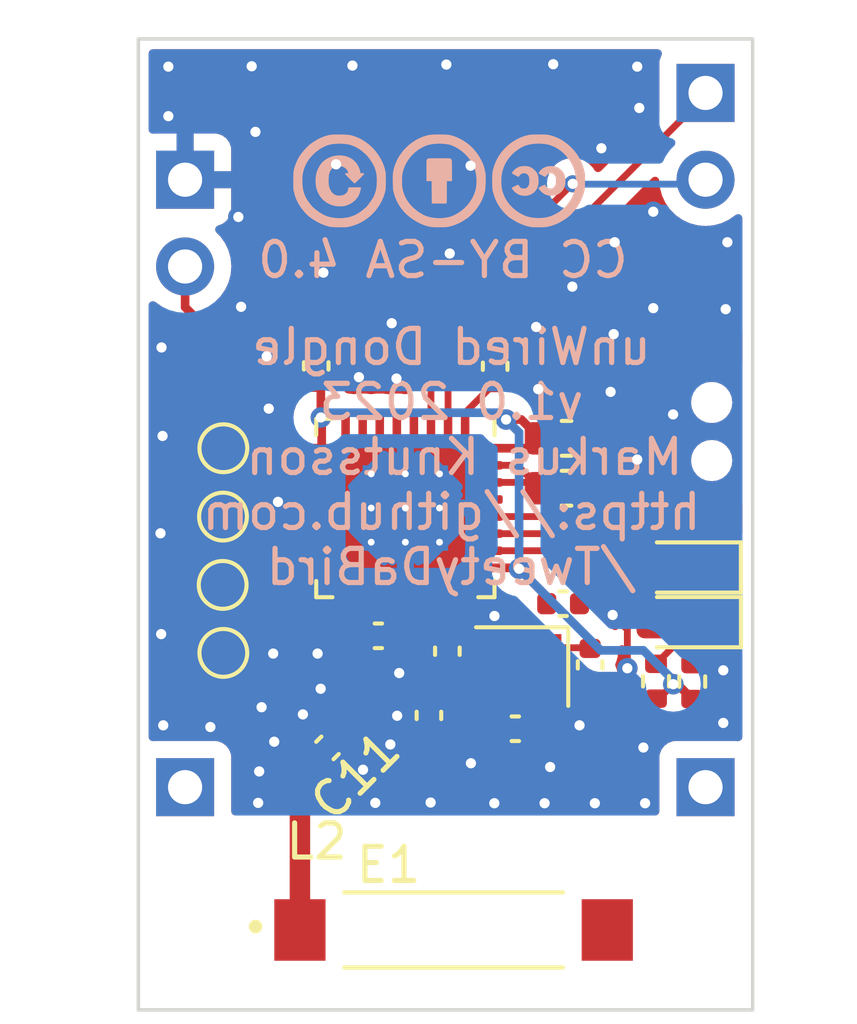
<source format=kicad_pcb>
(kicad_pcb (version 20221018) (generator pcbnew)
  (title_block (title "unWired Dongle RP2040") (date "2023-08-21") (rev "v1.0") (company "Tweety's Wild Thinking") (comment 1 "Markus Knutsson <markus.knutsson@tweety.se>") (comment 2 "https://github.com/TweetyDaBird") (comment 3 "Licensed under Creative Commons BY-SA 4.0 International"))
  (layers (0 "F.Cu" signal) (31 "B.Cu" signal) (34 "B.Paste" user) (35 "F.Paste" user) (36 "B.SilkS" user "B.Silkscreen") (37 "F.SilkS" user "F.Silkscreen") (38 "B.Mask" user) (39 "F.Mask" user) (44 "Edge.Cuts" user))
  (net 0 "")
  (net 1 "GND")
  (net 2 "Net-(U1-ANT)")
  (net 3 "Net-(U1-XC1)")
  (net 4 "Net-(U1-XC2)")
  (net 5 "VCC")
  (net 6 "Net-(U1-DCC)")
  (net 7 "Net-(U1-DEC3)")
  (net 8 "Net-(U1-DEC2)")
  (net 9 "Net-(U1-DEC1)")
  (net 10 "SWDIO")
  (net 11 "SWCLK")
  (net 12 "SDA")
  (net 13 "SCL")
  (net 28 "Net-(U1-P0.30{slash}AIN6)")
  (net 29 "Net-(LED1-K)")
  (net 30 "Net-(LED1-A)")
  (net 31 "Net-(LED2-K)")
  (net 32 "Net-(LED2-A)")
  (net 33 "Net-(C11-Pad1)")
  (net 34 "Net-(C11-Pad2)")
  (footprint "Resistor_SMD:R_0402_1005Metric" (layer "F.Cu") (at 162.37 92.92 -90)
    (fp_text reference "R2" hide)
    (fp_text value "220")
    (pad "1" smd roundrect (at -0.51 0 270) (size 0.54 0.64) (layers "F.Cu" "F.Paste" "F.Mask") (net 31 "Net-(LED2-K)"))
    (pad "2" smd roundrect (at 0.51 0 270) (size 0.54 0.64) (layers "F.Cu" "F.Paste" "F.Mask") (net 5 "VCC"))
  )
  (footprint "Capacitor_SMD:C_0402_1005Metric" (layer "F.Cu") (at 158.25 94.31 180)
    (fp_text reference "C2" hide)
    (fp_text value "12pF")
    (pad "1" smd roundrect (at -0.48 0 180) (size 0.56 0.62) (layers "F.Cu" "F.Paste" "F.Mask") (net 1 "GND"))
    (pad "2" smd roundrect (at 0.48 0 180) (size 0.56 0.62) (layers "F.Cu" "F.Paste" "F.Mask") (net 3 "Net-(U1-XC1)"))
  )
  (footprint "Connector_PinHeader_2.54mm:PinHeader_1x01_P2.54mm_Vertical" (layer "F.Cu") (at 148.58 96.02)
    (fp_text reference "J3" hide)
    (fp_text value "Conn_01x01" hide)
    (pad "1" thru_hole rect (at 0 0) (size 1.7 1.7) (drill 1) (layers "*.Cu" "*.Mask"))
  )
  (footprint "TestPoint:TestPoint_Pad_D1.0mm" (layer "F.Cu") (at 149.7 92.09)
    (fp_text reference "TP1" hide)
    (fp_text value "TestPoint")
    (pad "1" smd circle (at 0 0) (size 1 1) (layers "F.Cu" "F.Mask") (net 1 "GND"))
  )
  (footprint "TestPoint:TestPoint_Pad_D1.0mm" (layer "F.Cu") (at 149.68 90.1)
    (fp_text reference "TP2" hide)
    (fp_text value "TestPoint")
    (pad "1" smd circle (at 0 0) (size 1 1) (layers "F.Cu" "F.Mask") (net 10 "SWDIO"))
  )
  (footprint "Capacitor_SMD:C_0402_1005Metric" (layer "F.Cu") (at 155.72 93.92 90)
    (fp_text reference "C6" hide)
    (fp_text value "NC")
    (pad "1" smd roundrect (at -0.48 0 90) (size 0.56 0.62) (layers "F.Cu" "F.Paste" "F.Mask") (net 1 "GND"))
    (pad "2" smd roundrect (at 0.48 0 90) (size 0.56 0.62) (layers "F.Cu" "F.Paste" "F.Mask") (net 8 "Net-(U1-DEC2)"))
  )
  (footprint "Inductor_SMD:L_0402_1005Metric" (layer "F.Cu") (at 153.79 92.98 90)
    (fp_text reference "L1" hide)
    (fp_text value "3.9nH")
    (pad "1" smd roundrect (at -0.485 0 90) (size 0.59 0.64) (layers "F.Cu" "F.Paste" "F.Mask") (net 33 "Net-(C11-Pad1)"))
    (pad "2" smd roundrect (at 0.485 0 90) (size 0.59 0.64) (layers "F.Cu" "F.Paste" "F.Mask") (net 2 "Net-(U1-ANT)"))
  )
  (footprint "2450AT45A100E:ANT_2450AT45A100E" (layer "F.Cu") (at 156.4425 100.2)
    (fp_text reference "E1" (at -1.905 -1.905) (layer "F.SilkS"))
    (fp_text value "2450AT45A100E")
    (pad "1" smd rect (at -4.5 0) (size 1.5 1.8) (layers "F.Cu" "F.Paste" "F.Mask") (net 34 "Net-(C11-Pad2)"))
    (pad "2" smd rect (at 4.5 0) (size 1.5 1.8) (layers "F.Cu" "F.Paste" "F.Mask"))
  )
  (footprint "LED_SMD:LED_0603_1608Metric_Pad1.05x0.95mm_HandSolder" (layer "F.Cu") (at 163.195 89.59 180)
    (fp_text reference "LED2" hide)
    (fp_text value "GREEN")
    (pad "1" smd roundrect (at -0.875 0 180) (size 1.05 0.95) (layers "F.Cu" "F.Paste" "F.Mask") (net 31 "Net-(LED2-K)"))
    (pad "2" smd roundrect (at 0.875 0 180) (size 1.05 0.95) (layers "F.Cu" "F.Paste" "F.Mask") (net 32 "Net-(LED2-A)"))
  )
  (footprint "LED_SMD:LED_0603_1608Metric_Pad1.05x0.95mm_HandSolder" (layer "F.Cu") (at 163.1975 91.19 180)
    (fp_text reference "LED1" hide)
    (fp_text value "RED")
    (pad "1" smd roundrect (at -0.875 0 180) (size 1.05 0.95) (layers "F.Cu" "F.Paste" "F.Mask") (net 29 "Net-(LED1-K)"))
    (pad "2" smd roundrect (at 0.875 0 180) (size 1.05 0.95) (layers "F.Cu" "F.Paste" "F.Mask") (net 30 "Net-(LED1-A)"))
  )
  (footprint "Capacitor_SMD:C_0402_1005Metric" (layer "F.Cu") (at 152.42 83.69 -90)
    (fp_text reference "C5" hide)
    (fp_text value "100nF")
    (pad "1" smd roundrect (at -0.48 0 270) (size 0.56 0.62) (layers "F.Cu" "F.Paste" "F.Mask") (net 1 "GND"))
    (pad "2" smd roundrect (at 0.48 0 270) (size 0.56 0.62) (layers "F.Cu" "F.Paste" "F.Mask") (net 5 "VCC"))
  )
  (footprint "Capacitor_SMD:C_0402_1005Metric" (layer "F.Cu") (at 156.26 92.04 90)
    (fp_text reference "C7" hide)
    (fp_text value "100pF")
    (pad "1" smd roundrect (at -0.48 0 90) (size 0.56 0.62) (layers "F.Cu" "F.Paste" "F.Mask") (net 1 "GND"))
    (pad "2" smd roundrect (at 0.48 0 90) (size 0.56 0.62) (layers "F.Cu" "F.Paste" "F.Mask") (net 7 "Net-(U1-DEC3)"))
  )
  (footprint "Capacitor_SMD:C_0603_1608Metric" (layer "F.Cu") (at 159.75 87.27 180)
    (fp_text reference "C10" hide)
    (fp_text value "1uF")
    (pad "1" smd roundrect (at -0.775 0 180) (size 0.9 0.95) (layers "F.Cu" "F.Paste" "F.Mask") (net 1 "GND"))
    (pad "2" smd roundrect (at 0.775 0 180) (size 0.9 0.95) (layers "F.Cu" "F.Paste" "F.Mask") (net 6 "Net-(U1-DCC)"))
  )
  (footprint "Capacitor_SMD:C_0402_1005Metric" (layer "F.Cu") (at 157.66 83.7 -90)
    (fp_text reference "C4" hide)
    (fp_text value "100nF")
    (pad "1" smd roundrect (at -0.48 0 270) (size 0.56 0.62) (layers "F.Cu" "F.Paste" "F.Mask") (net 1 "GND"))
    (pad "2" smd roundrect (at 0.48 0 270) (size 0.56 0.62) (layers "F.Cu" "F.Paste" "F.Mask") (net 9 "Net-(U1-DEC1)"))
  )
  (footprint "Keyboard Common:YTS-A002" (layer "F.Cu") (at 164 85.61 -90)
    (fp_text reference "RES1" hide)
    (fp_text value "TS-A002" hide)
    (pad "" np_thru_hole circle (at -0.85 0 270) (size 0.7 0.7) (drill 0.7) (layers "F&B.Cu" "*.Mask"))
    (pad "" np_thru_hole circle (at 0.85 0 270) (size 0.7 0.7) (drill 0.7) (layers "F&B.Cu" "*.Mask"))
    (pad "1" smd roundrect (at -2 1.35 270) (size 0.6 1.1) (layers "F.Cu" "F.Paste" "F.Mask") (roundrect_rratio 0.05) (net 1 "GND"))
    (pad "2" smd roundrect (at 2 1.35 270) (size 0.6 1.1) (layers "F.Cu" "F.Paste" "F.Mask") (roundrect_rratio 0.05) (net 28 "Net-(U1-P0.30{slash}AIN6)"))
    (pad "3" smd roundrect (at -2.475 -0.35 270) (size 0.95 1.1) (layers "F.Cu" "F.Paste" "F.Mask") (roundrect_rratio 0.05) (net 1 "GND"))
    (pad "3" smd roundrect (at 2.54 -0.35 270) (size 0.95 1.1) (layers "F.Cu" "F.Paste" "F.Mask") (roundrect_rratio 0.05) (net 1 "GND"))
  )
  (footprint "Capacitor_SMD:C_0402_1005Metric" (layer "F.Cu") (at 160.44 92.44 -90)
    (fp_text reference "C1" hide)
    (fp_text value "12pF")
    (pad "1" smd roundrect (at -0.48 0 270) (size 0.56 0.62) (layers "F.Cu" "F.Paste" "F.Mask") (net 4 "Net-(U1-XC2)"))
    (pad "2" smd roundrect (at 0.48 0 270) (size 0.56 0.62) (layers "F.Cu" "F.Paste" "F.Mask") (net 1 "GND"))
  )
  (footprint "Connector_PinHeader_2.54mm:PinHeader_1x01_P2.54mm_Vertical" (layer "F.Cu") (at 163.82 96.02)
    (fp_text reference "J4" hide)
    (fp_text value "Conn_01x01" hide)
    (pad "1" thru_hole rect (at 0 0) (size 1.7 1.7) (drill 1) (layers "*.Cu" "*.Mask"))
  )
  (footprint "Capacitor_SMD:C_0402_1005Metric" (layer "F.Cu") (at 154.24 91.59 180)
    (fp_text reference "C3" hide)
    (fp_text value "0.8pF")
    (pad "1" smd roundrect (at -0.48 0 180) (size 0.56 0.62) (layers "F.Cu" "F.Paste" "F.Mask") (net 1 "GND"))
    (pad "2" smd roundrect (at 0.48 0 180) (size 0.56 0.62) (layers "F.Cu" "F.Paste" "F.Mask") (net 2 "Net-(U1-ANT)"))
  )
  (footprint "Inductor_SMD:L_0402_1005Metric" (layer "F.Cu") (at 152.43 96.44 180)
    (fp_text reference "L2" (at 0 -1.17) (layer "F.SilkS"))
    (fp_text value "3.9nH")
    (pad "1" smd roundrect (at -0.485 0 180) (size 0.59 0.64) (layers "F.Cu" "F.Paste" "F.Mask") (net 1 "GND"))
    (pad "2" smd roundrect (at 0.485 0 180) (size 0.59 0.64) (layers "F.Cu" "F.Paste" "F.Mask") (net 34 "Net-(C11-Pad2)"))
  )
  (footprint "Connector_PinHeader_2.54mm:PinHeader_1x02_P2.54mm_Vertical" (layer "F.Cu") (at 148.58 78.24)
    (fp_text reference "J2" hide)
    (fp_text value "Conn_01x02" hide)
    (pad "1" thru_hole rect (at 0 0) (size 1.7 1.7) (drill 1) (layers "*.Cu" "*.Mask") (net 1 "GND"))
    (pad "2" thru_hole oval (at 0 2.54) (size 1.7 1.7) (drill 1) (layers "*.Cu" "*.Mask") (net 5 "VCC"))
  )
  (footprint "Capacitor_SMD:C_0603_1608Metric" (layer "F.Cu") (at 159.75 85.81 180)
    (fp_text reference "C9" hide)
    (fp_text value "4.7uF")
    (pad "1" smd roundrect (at -0.775 0 180) (size 0.9 0.95) (layers "F.Cu" "F.Paste" "F.Mask") (net 1 "GND"))
    (pad "2" smd roundrect (at 0.775 0 180) (size 0.9 0.95) (layers "F.Cu" "F.Paste" "F.Mask") (net 5 "VCC"))
  )
  (footprint "TestPoint:TestPoint_Pad_D1.0mm" (layer "F.Cu") (at 149.69 88.1)
    (fp_text reference "TP3" hide)
    (fp_text value "TestPoint")
    (pad "1" smd circle (at 0 0) (size 1 1) (layers "F.Cu" "F.Mask") (net 11 "SWCLK"))
  )
  (footprint "Capacitor_SMD:C_0402_1005Metric" (layer "F.Cu") (at 159.65 90.65 180)
    (fp_text reference "C8" hide)
    (fp_text value "100nF")
    (pad "1" smd roundrect (at -0.48 0 180) (size 0.56 0.62) (layers "F.Cu" "F.Paste" "F.Mask") (net 1 "GND"))
    (pad "2" smd roundrect (at 0.48 0 180) (size 0.56 0.62) (layers "F.Cu" "F.Paste" "F.Mask") (net 5 "VCC"))
  )
  (footprint "Capacitor_SMD:C_0402_1005Metric" (layer "F.Cu") (at 152.749411 94.870589 -135)
    (fp_text reference "C11" (at 0 -1.16 45) (layer "F.SilkS"))
    (fp_text value "1.5pF")
    (pad "1" smd roundrect (at -0.48 0 225) (size 0.56 0.62) (layers "F.Cu" "F.Paste" "F.Mask") (net 33 "Net-(C11-Pad1)"))
    (pad "2" smd roundrect (at 0.48 0 225) (size 0.56 0.62) (layers "F.Cu" "F.Paste" "F.Mask") (net 34 "Net-(C11-Pad2)"))
  )
  (footprint "Package_DFN_QFN:QFN-32-1EP_5x5mm_P0.5mm_EP3.6x3.6mm_ThermalVias" (layer "F.Cu") (at 155.03 87.85 -90)
    (fp_text reference "U1" hide)
    (fp_text value "nRF52810-QCxx")
    (pad "1" smd roundrect (at -2.45 -1.75 270) (size 0.8 0.25) (layers "F.Cu" "F.Paste" "F.Mask") (net 9 "Net-(U1-DEC1)"))
    (pad "2" smd roundrect (at -2.45 -1.25 270) (size 0.8 0.25) (layers "F.Cu" "F.Paste" "F.Mask") (net 12 "SDA"))
    (pad "3" smd roundrect (at -2.45 -0.75 270) (size 0.8 0.25) (layers "F.Cu" "F.Paste" "F.Mask") (net 13 "SCL"))
    (pad "4" smd roundrect (at -2.45 -0.25 270) (size 0.8 0.25) (layers "F.Cu" "F.Paste" "F.Mask"))
    (pad "5" smd roundrect (at -2.45 0.25 270) (size 0.8 0.25) (layers "F.Cu" "F.Paste" "F.Mask"))
    (pad "6" smd roundrect (at -2.45 0.75 270) (size 0.8 0.25) (layers "F.Cu" "F.Paste" "F.Mask"))
    (pad "7" smd roundrect (at -2.45 1.25 270) (size 0.8 0.25) (layers "F.Cu" "F.Paste" "F.Mask"))
    (pad "8" smd roundrect (at -2.45 1.75 270) (size 0.8 0.25) (layers "F.Cu" "F.Paste" "F.Mask"))
    (pad "9" smd roundrect (at -1.75 2.45 270) (size 0.25 0.8) (layers "F.Cu" "F.Paste" "F.Mask") (net 5 "VCC"))
    (pad "10" smd roundrect (at -1.25 2.45 270) (size 0.25 0.8) (layers "F.Cu" "F.Paste" "F.Mask"))
    (pad "11" smd roundrect (at -0.75 2.45 270) (size 0.25 0.8) (layers "F.Cu" "F.Paste" "F.Mask"))
    (pad "12" smd roundrect (at -0.25 2.45 270) (size 0.25 0.8) (layers "F.Cu" "F.Paste" "F.Mask"))
    (pad "13" smd roundrect (at 0.25 2.45 270) (size 0.25 0.8) (layers "F.Cu" "F.Paste" "F.Mask"))
    (pad "14" smd roundrect (at 0.75 2.45 270) (size 0.25 0.8) (layers "F.Cu" "F.Paste" "F.Mask"))
    (pad "15" smd roundrect (at 1.25 2.45 270) (size 0.25 0.8) (layers "F.Cu" "F.Paste" "F.Mask"))
    (pad "16" smd roundrect (at 1.75 2.45 270) (size 0.25 0.8) (layers "F.Cu" "F.Paste" "F.Mask"))
    (pad "17" smd roundrect (at 2.45 1.75 270) (size 0.8 0.25) (layers "F.Cu" "F.Paste" "F.Mask") (net 11 "SWCLK"))
    (pad "18" smd roundrect (at 2.45 1.25 270) (size 0.8 0.25) (layers "F.Cu" "F.Paste" "F.Mask") (net 10 "SWDIO"))
    (pad "19" smd roundrect (at 2.45 0.75 270) (size 0.8 0.25) (layers "F.Cu" "F.Paste" "F.Mask") (net 2 "Net-(U1-ANT)"))
    (pad "20" smd roundrect (at 2.45 0.25 270) (size 0.8 0.25) (layers "F.Cu" "F.Paste" "F.Mask") (net 1 "GND"))
    (pad "21" smd roundrect (at 2.45 -0.25 270) (size 0.8 0.25) (layers "F.Cu" "F.Paste" "F.Mask") (net 8 "Net-(U1-DEC2)"))
    (pad "22" smd roundrect (at 2.45 -0.75 270) (size 0.8 0.25) (layers "F.Cu" "F.Paste" "F.Mask") (net 7 "Net-(U1-DEC3)"))
    (pad "23" smd roundrect (at 2.45 -1.25 270) (size 0.8 0.25) (layers "F.Cu" "F.Paste" "F.Mask") (net 3 "Net-(U1-XC1)"))
    (pad "24" smd roundrect (at 2.45 -1.75 270) (size 0.8 0.25) (layers "F.Cu" "F.Paste" "F.Mask") (net 4 "Net-(U1-XC2)"))
    (pad "25" smd roundrect (at 1.75 -2.45 270) (size 0.25 0.8) (layers "F.Cu" "F.Paste" "F.Mask") (net 5 "VCC"))
    (pad "26" smd roundrect (at 1.25 -2.45 270) (size 0.25 0.8) (layers "F.Cu" "F.Paste" "F.Mask") (net 30 "Net-(LED1-A)"))
    (pad "27" smd roundrect (at 0.75 -2.45 270) (size 0.25 0.8) (layers "F.Cu" "F.Paste" "F.Mask") (net 32 "Net-(LED2-A)"))
    (pad "28" smd roundrect (at 0.25 -2.45 270) (size 0.25 0.8) (layers "F.Cu" "F.Paste" "F.Mask") (net 28 "Net-(U1-P0.30{slash}AIN6)"))
    (pad "29" smd roundrect (at -0.25 -2.45 270) (size 0.25 0.8) (layers "F.Cu" "F.Paste" "F.Mask") (net 1 "GND"))
    (pad "30" smd roundrect (at -0.75 -2.45 270) (size 0.25 0.8) (layers "F.Cu" "F.Paste" "F.Mask") (net 6 "Net-(U1-DCC)"))
    (pad "31" smd roundrect (at -1.25 -2.45 270) (size 0.25 0.8) (layers "F.Cu" "F.Paste" "F.Mask") (net 6 "Net-(U1-DCC)"))
    (pad "32" smd roundrect (at -1.75 -2.45 270) (size 0.25 0.8) (layers "F.Cu" "F.Paste" "F.Mask") (net 5 "VCC"))
    (pad "33" thru_hole circle (at -1 -1 270) (size 0.5 0.5) (drill 0.2) (layers "*.Cu") (net 1 "GND"))
    (pad "33" thru_hole circle (at -1 0 270) (size 0.5 0.5) (drill 0.2) (layers "*.Cu") (net 1 "GND"))
    (pad "33" thru_hole circle (at -1 1 270) (size 0.5 0.5) (drill 0.2) (layers "*.Cu") (net 1 "GND"))
    (pad "33" thru_hole circle (at 0 -1 270) (size 0.5 0.5) (drill 0.2) (layers "*.Cu") (net 1 "GND"))
    (pad "33" thru_hole circle (at 0 0 270) (size 0.5 0.5) (drill 0.2) (layers "*.Cu") (net 1 "GND"))
    (pad "33" smd rect (at 0 0 270) (size 2.5 2.5) (layers "B.Cu") (net 1 "GND"))
    (pad "33" smd rect (at 0 0 270) (size 3.6 3.6) (layers "F.Cu" "F.Mask") (net 1 "GND"))
    (pad "33" thru_hole circle (at 0 1 270) (size 0.5 0.5) (drill 0.2) (layers "*.Cu") (net 1 "GND"))
    (pad "33" thru_hole circle (at 1 -1 270) (size 0.5 0.5) (drill 0.2) (layers "*.Cu") (net 1 "GND"))
    (pad "33" thru_hole circle (at 1 0 270) (size 0.5 0.5) (drill 0.2) (layers "*.Cu") (net 1 "GND"))
    (pad "33" thru_hole circle (at 1 1 270) (size 0.5 0.5) (drill 0.2) (layers "*.Cu") (net 1 "GND"))
  )
  (footprint "Crystal:Crystal_SMD_2016-4Pin_2.0x1.6mm" (layer "F.Cu") (at 158.45 92.49 180)
    (fp_text reference "Y1" hide)
    (fp_text value "~")
    (pad "1" smd rect (at -0.7 0.55 180) (size 0.9 0.8) (layers "F.Cu" "F.Paste" "F.Mask") (net 4 "Net-(U1-XC2)"))
    (pad "2" smd rect (at 0.7 0.55 180) (size 0.9 0.8) (layers "F.Cu" "F.Paste" "F.Mask") (net 1 "GND"))
    (pad "3" smd rect (at 0.7 -0.55 180) (size 0.9 0.8) (layers "F.Cu" "F.Paste" "F.Mask") (net 3 "Net-(U1-XC1)"))
    (pad "4" smd rect (at -0.7 -0.55 180) (size 0.9 0.8) (layers "F.Cu" "F.Paste" "F.Mask") (net 1 "GND"))
  )
  (footprint "Connector_PinHeader_2.54mm:PinHeader_1x02_P2.54mm_Vertical" (layer "F.Cu") (at 163.82 75.7)
    (fp_text reference "J1" hide)
    (fp_text value "Conn_01x02" hide)
    (pad "1" thru_hole rect (at 0 0) (size 1.7 1.7) (drill 1) (layers "*.Cu" "*.Mask") (net 12 "SDA"))
    (pad "2" thru_hole oval (at 0 2.54) (size 1.7 1.7) (drill 1) (layers "*.Cu" "*.Mask") (net 13 "SCL"))
  )
  (footprint "Resistor_SMD:R_0402_1005Metric" (layer "F.Cu") (at 163.43 92.93 -90)
    (fp_text reference "R1" hide)
    (fp_text value "220")
    (pad "1" smd roundrect (at -0.51 0 270) (size 0.54 0.64) (layers "F.Cu" "F.Paste" "F.Mask") (net 29 "Net-(LED1-K)"))
    (pad "2" smd roundrect (at 0.51 0 270) (size 0.54 0.64) (layers "F.Cu" "F.Paste" "F.Mask") (net 5 "VCC"))
  )
  (footprint "TestPoint:TestPoint_Pad_D1.0mm" (layer "F.Cu") (at 149.7 86.1)
    (fp_text reference "TP4" hide)
    (fp_text value "TestPoint")
    (pad "1" smd circle (at 0 0) (size 1 1) (layers "F.Cu" "F.Mask") (net 5 "VCC"))
  )
  (footprint "Logotypes:CC_BY_SA_40_line" (layer "B.Cu") (at 146.98 78.19 180)
    (fp_text reference "Logo2" hide)
    (fp_text value "License" hide)
    (fp_text user "CC BY-SA 4.0" (at -9.15 -2.4) (layer "B.SilkS") (effects (font (thickness 0.153) bold) (justify mirror)))
  )
  (gr_line (start 165.2 102.540099) (end 147.21 102.540099) (stroke (width 0.1)) (layer "Edge.Cuts"))
  (gr_line (start 147.21 102.54) (end 147.21 74.12) (stroke (width 0.1)) (layer "Edge.Cuts"))
  (gr_line (start 165.2 74.12) (end 165.2 102.54) (stroke (width 0.1)) (layer "Edge.Cuts"))
  (gr_line (start 147.21 74.119901) (end 165.2 74.119901) (stroke (width 0.1)) (layer "Edge.Cuts"))
  (gr_text "unWired Dongle\nv1.0 2023\nMarkus Knutsson \nhttps://github.com\n/TweetyDaBird" (at 156.38 90.16) (layer "B.SilkS") (effects (font (size 1 1) (thickness 0.153)) (justify bottom mirror)))
  (segment (start 157.48 87.6) (end 155.28 87.6) (width 0.254) (layer "F.Cu") (net 1))
  (segment (start 154.78 90.3) (end 154.78 91.53) (width 0.254) (layer "F.Cu") (net 1))
  (segment (start 161.53 91.41) (end 161.53 92.54) (width 0.2) (layer "F.Cu") (net 1))
  (segment (start 156.26 92.52) (end 156.26 93.06) (width 0.254) (layer "F.Cu") (net 1))
  (segment (start 161.1 90.98) (end 161.53 91.41) (width 0.2) (layer "F.Cu") (net 1))
  (segment (start 160.77 90.65) (end 161.1 90.98) (width 0.2) (layer "F.Cu") (net 1))
  (segment (start 155.28 87.6) (end 155.03 87.85) (width 0.254) (layer "F.Cu") (net 1))
  (segment (start 157.75 91.94) (end 157.75 91.12) (width 0.254) (layer "F.Cu") (net 1))
  (segment (start 156.69 93.49) (end 156.69 93.92) (width 0.254) (layer "F.Cu") (net 1))
  (segment (start 154.78 91.53) (end 154.72 91.59) (width 0.254) (layer "F.Cu") (net 1))
  (segment (start 160.98 87.27) (end 161.82 86.43) (width 0.2) (layer "F.Cu") (net 1))
  (segment (start 160.525 87.27) (end 160.98 87.27) (width 0.2) (layer "F.Cu") (net 1))
  (segment (start 157.75 91.12) (end 157.64 91.01) (width 0.254) (layer "F.Cu") (net 1))
  (segment (start 154.78 88.1) (end 155.03 87.85) (width 0.254) (layer "F.Cu") (net 1))
  (segment (start 156.26 93.06) (end 156.69 93.49) (width 0.254) (layer "F.Cu") (net 1))
  (segment (start 154.78 90.3) (end 154.78 88.1) (width 0.254) (layer "F.Cu") (net 1))
  (segment (start 160.13 90.65) (end 160.77 90.65) (width 0.2) (layer "F.Cu") (net 1))
  (via (at 150.97 83.41) (size 0.6) (drill 0.3) (layers "F.Cu" "B.Cu") (net 1))
  (via (at 155.77 96.47) (size 0.6) (drill 0.3) (layers "F.Cu" "B.Cu") (net 1))
  (via (at 159.27 95.43) (size 0.6) (drill 0.3) (layers "F.Cu" "B.Cu") (net 1))
  (via (at 154.85 92.68) (size 0.6) (drill 0.3) (layers "F.Cu" "B.Cu") (net 1))
  (via (at 160.77 77.32) (size 0.6) (drill 0.3) (layers "F.Cu" "B.Cu") (net 1))
  (via (at 147.86 88.59) (size 0.6) (drill 0.3) (layers "F.Cu" "B.Cu") (net 1))
  (via (at 150.14 79.33) (size 0.6) (drill 0.3) (layers "F.Cu" "B.Cu") (net 1))
  (via (at 150.53 74.92) (size 0.6) (drill 0.3) (layers "F.Cu" "B.Cu") (net 1))
  (via (at 147.92 85.74) (size 0.6) (drill 0.3) (layers "F.Cu" "B.Cu") (net 1))
  (via (at 153.48 74.9) (size 0.6) (drill 0.3) (layers "F.Cu" "B.Cu") (net 1))
  (via (at 162 94.86) (size 0.6) (drill 0.3) (layers "F.Cu" "B.Cu") (net 1))
  (via (at 147.89 83.15) (size 0.6) (drill 0.3) (layers "F.Cu" "B.Cu") (net 1))
  (via (at 158.86 82.55) (size 0.6) (drill 0.3) (layers "F.Cu" "B.Cu") (net 1))
  (via (at 164.41 82.03) (size 0.6) (drill 0.3) (layers "F.Cu" "B.Cu") (net 1))
  (via (at 151.19 94.69) (size 0.6) (drill 0.3) (layers "F.Cu" "B.Cu") (net 1))
  (via (at 157.64 91.01) (size 0.6) (drill 0.3) (layers "F.Cu" "B.Cu") (net 1))
  (via (at 152.46 92.11) (size 0.6) (drill 0.3) (layers "F.Cu" "B.Cu") (net 1))
  (via (at 152.55 93.14) (size 0.6) (drill 0.3) (layers "F.Cu" "B.Cu") (net 1))
  (via (at 150.64 76.84) (size 0.6) (drill 0.3) (layers "F.Cu" "B.Cu") (net 1))
  (via (at 153 77.79) (size 0.6) (drill 0.3) (layers "F.Cu" "B.Cu") (net 1))
  (via (at 147.88 91.54) (size 0.6) (drill 0.3) (layers "F.Cu" "B.Cu") (net 1))
  (via (at 147.94 94.21) (size 0.6) (drill 0.3) (layers "F.Cu" "B.Cu") (net 1))
  (via (at 156.95 95.32) (size 0.6) (drill 0.3) (layers "F.Cu" "B.Cu") (net 1))
  (via (at 154.77 84.06) (size 0.6) (drill 0.3) (layers "F.Cu" "B.Cu") (net 1))
  (via (at 161.16 80.07) (size 0.6) (drill 0.3) (layers "F.Cu" "B.Cu") (net 1))
  (via (at 160.57833 96.49) (size 0.6) (drill 0.3) (layers "F.Cu" "B.Cu") (net 1))
  (via (at 156.33 80.4) (size 0.6) (drill 0.3) (layers "F.Cu" "B.Cu") (net 1))
  (via (at 154.79 93.93) (size 0.6) (drill 0.3) (layers "F.Cu" "B.Cu") (net 1))
  (via (at 151.16 92.11) (size 0.6) (drill 0.3) (layers "F.Cu" "B.Cu") (net 1))
  (via (at 154.63 82.44) (size 0.6) (drill 0.3) (layers "F.Cu" "B.Cu") (net 1))
  (via (at 160.13 94.21) (size 0.6) (drill 0.3) (layers "F.Cu" "B.Cu") (net 1))
  (via (at 148.09 74.93) (size 0.6) (drill 0.3) (layers "F.Cu" "B.Cu") (net 1))
  (via (at 162.87 85.11) (size 0.6) (drill 0.3) (layers "F.Cu" "B.Cu") (net 1))
  (via (at 161.1 90.98) (size 0.6) (drill 0.3) (layers "F.Cu" "B.Cu") (net 1))
  (via (at 161.13 82.76) (size 0.6) (drill 0.3) (layers "F.Cu" "B.Cu") (net 1))
  (via (at 164.34 92.6) (size 0.6) (drill 0.3) (layers "F.Cu" "B.Cu") (net 1))
  (via (at 154.15 96.48) (size 0.6) (drill 0.3) (layers "F.Cu" "B.Cu") (net 1))
  (via (at 150.72 96.48) (size 0.6) (drill 0.3) (layers "F.Cu" "B.Cu") (net 1))
  (via (at 159.36 74.86) (size 0.6) (drill 0.3) (layers "F.Cu" "B.Cu") (net 1))
  (via (at 161.82 74.93) (size 0.6) (drill 0.3) (layers "F.Cu" "B.Cu") (net 1))
  (via (at 152.03 93.89) (size 0.6) (drill 0.3) (layers "F.Cu" "B.Cu") (net 1))
  (via (at 162.29 82) (size 0.6) (drill 0.3) (layers "F.Cu" "B.Cu") (net 1))
  (via (at 151.03 84.94) (size 0.6) (drill 0.3) (layers "F.Cu" "B.Cu") (net 1))
  (via (at 161.88 76.14) (size 0.6) (drill 0.3) (layers "F.Cu" "B.Cu") (net 1))
  (via (at 162.05 96.49) (size 0.6) (drill 0.3) (layers "F.Cu" "B.Cu") (net 1))
  (via (at 162.289568 79.177) (size 0.6) (drill 0.3) (layers "F.Cu" "B.Cu") (net 1))
  (via (at 156.23 74.87) (size 0.6) (drill 0.3) (layers "F.Cu" "B.Cu") (net 1))
  (via (at 159.106664 96.49) (size 0.6) (drill 0.3) (layers "F.Cu" "B.Cu") (net 1))
  (via (at 161.53 92.54) (size 0.6) (drill 0.3) (layers "F.Cu" "B.Cu") (net 1))
  (via (at 158.92 84.37) (size 0.6) (drill 0.3) (layers "F.Cu" "B.Cu") (net 1))
  (via (at 150.75 95.56) (size 0.6) (drill 0.3) (layers "F.Cu" "B.Cu") (net 1))
  (via (at 148.09 76.38) (size 0.6) (drill 0.3) (layers "F.Cu" "B.Cu") (net 1))
  (via (at 153.67 84.02) (size 0.6) (drill 0.3) (layers "F.Cu" "B.Cu") (net 1))
  (via (at 164.46 80.07) (size 0.6) (drill 0.3) (layers "F.Cu" "B.Cu") (net 1))
  (via (at 149.32 94.26) (size 0.6) (drill 0.3) (layers "F.Cu" "B.Cu") (net 1))
  (via (at 153.79 95.51) (size 0.6) (drill 0.3) (layers "F.Cu" "B.Cu") (net 1))
  (via (at 161.04 84.45) (size 0.6) (drill 0.3) (layers "F.Cu" "B.Cu") (net 1))
  (via (at 161.82 86.43) (size 0.6) (drill 0.3) (layers "F.Cu" "B.Cu") (net 1))
  (via (at 156.94 77.83) (size 0.6) (drill 0.3) (layers "F.Cu" "B.Cu") (net 1))
  (via (at 150.82 93.68) (size 0.6) (drill 0.3) (layers "F.Cu" "B.Cu") (net 1))
  (via (at 150.22 81.96) (size 0.6) (drill 0.3) (layers "F.Cu" "B.Cu") (net 1))
  (via (at 164.34 94.14) (size 0.6) (drill 0.3) (layers "F.Cu" "B.Cu") (net 1))
  (via (at 151.3 87.67) (size 0.6) (drill 0.3) (layers "F.Cu" "B.Cu") (net 1))
  (via (at 159.92 81.37) (size 0.6) (drill 0.3) (layers "F.Cu" "B.Cu") (net 1))
  (via (at 152.63 80.96) (size 0.6) (drill 0.3) (layers "F.Cu" "B.Cu") (net 1))
  (via (at 157.634998 96.49) (size 0.6) (drill 0.3) (layers "F.Cu" "B.Cu") (net 1))
  (via (at 154.59 94.77) (size 0.6) (drill 0.3) (layers "F.Cu" "B.Cu") (net 1))
  (segment (start 154.28 91.1) (end 153.79 91.59) (width 0.2) (layer "F.Cu") (net 2))
  (segment (start 153.76 92.465) (end 153.79 92.495) (width 0.2) (layer "F.Cu") (net 2))
  (segment (start 153.79 91.59) (end 153.76 91.59) (width 0.2) (layer "F.Cu") (net 2))
  (segment (start 154.28 90.3) (end 154.28 91.1) (width 0.2) (layer "F.Cu") (net 2))
  (segment (start 153.76 91.59) (end 153.76 92.465) (width 0.2) (layer "F.Cu") (net 2))
  (segment (start 157.75 93.04) (end 157.75 94.29) (width 0.2) (layer "F.Cu") (net 3))
  (segment (start 156.28 90.748008) (end 156.82 91.288008) (width 0.2) (layer "F.Cu") (net 3))
  (segment (start 156.82 92.81) (end 157.05 93.04) (width 0.2) (layer "F.Cu") (net 3))
  (segment (start 156.82 91.288008) (end 156.82 92.81) (width 0.2) (layer "F.Cu") (net 3))
  (segment (start 157.75 94.29) (end 157.77 94.31) (width 0.2) (layer "F.Cu") (net 3))
  (segment (start 156.28 90.3) (end 156.28 90.748008) (width 0.2) (layer "F.Cu") (net 3))
  (segment (start 157.05 93.04) (end 157.75 93.04) (width 0.2) (layer "F.Cu") (net 3))
  (segment (start 156.78 90.3) (end 157.74 90.3) (width 0.2) (layer "F.Cu") (net 4))
  (segment (start 160.42 91.94) (end 160.44 91.96) (width 0.2) (layer "F.Cu") (net 4))
  (segment (start 159.15 91.94) (end 160.42 91.94) (width 0.2) (layer "F.Cu") (net 4))
  (segment (start 157.74 90.3) (end 159.15 91.71) (width 0.2) (layer "F.Cu") (net 4))
  (segment (start 159.15 91.71) (end 159.15 91.94) (width 0.2) (layer "F.Cu") (net 4))
  (segment (start 149.7 86.1) (end 149.7 83.09) (width 0.254) (layer "F.Cu") (net 5))
  (segment (start 152.58 84.33) (end 152.42 84.17) (width 0.254) (layer "F.Cu") (net 5))
  (segment (start 158.425 85.26) (end 158.975 85.81) (width 0.254) (layer "F.Cu") (net 5))
  (segment (start 158.33 89.6) (end 157.48 89.6) (width 0.254) (layer "F.Cu") (net 5))
  (segment (start 158.685 86.1) (end 158.975 85.81) (width 0.254) (layer "F.Cu") (net 5))
  (segment (start 152.5555 84.3055) (end 152.42 84.17) (width 0.254) (layer "F.Cu") (net 5))
  (segment (start 152.5555 85.200018) (end 152.5555 84.3055) (width 0.254) (layer "F.Cu") (net 5))
  (segment (start 157.98 85.26) (end 158.425 85.26) (width 0.254) (layer "F.Cu") (net 5))
  (segment (start 149.7 83.09) (end 149.155 82.545) (width 0.254) (layer "F.Cu") (net 5))
  (segment (start 152.58 86.1) (end 149.7 86.1) (width 0.254) (layer "F.Cu") (net 5))
  (segment (start 159.17 90.44) (end 158.33 89.6) (width 0.254) (layer "F.Cu") (net 5))
  (segment (start 148.58 81.97) (end 148.58 80.78) (width 0.254) (layer "F.Cu") (net 5))
  (segment (start 157.48 86.1) (end 158.685 86.1) (width 0.254) (layer "F.Cu") (net 5))
  (segment (start 149.155 82.545) (end 148.58 81.97) (width 0.254) (layer "F.Cu") (net 5))
  (segment (start 159.17 90.65) (end 159.17 90.44) (width 0.254) (layer "F.Cu") (net 5))
  (segment (start 162.451562 93.43) (end 162.875555 93.006007) (width 0.2) (layer "F.Cu") (net 5))
  (segment (start 162.875555 93.006007) (end 162.996007 93.006007) (width 0.254) (layer "F.Cu") (net 5))
  (segment (start 162.37 93.43) (end 162.451562 93.43) (width 0.2) (layer "F.Cu") (net 5))
  (segment (start 152.58 86.1) (end 152.58 85.224518) (width 0.254) (layer "F.Cu") (net 5))
  (segment (start 162.996007 93.006007) (end 163.43 93.44) (width 0.254) (layer "F.Cu") (net 5))
  (segment (start 152.58 85.224518) (end 152.5555 85.200018) (width 0.254) (layer "F.Cu") (net 5))
  (via (at 152.5555 85.200018) (size 0.6) (drill 0.3) (layers "F.Cu" "B.Cu") (net 5))
  (via (at 162.875555 93.006007) (size 0.6) (drill 0.3) (layers "F.Cu" "B.Cu") (net 5))
  (via (at 158.36 89.627) (size 0.6) (drill 0.3) (layers "F.Cu" "B.Cu") (net 5))
  (via (at 157.98 85.26) (size 0.6) (drill 0.3) (layers "F.Cu" "B.Cu") (net 5))
  (segment (start 161.999475 92.016) (end 162.875555 92.89208) (width 0.254) (layer "B.Cu") (net 5))
  (segment (start 162.875555 92.89208) (end 162.875555 93.006007) (width 0.254) (layer "B.Cu") (net 5))
  (segment (start 160.749 92.016) (end 161.999475 92.016) (width 0.254) (layer "B.Cu") (net 5))
  (segment (start 152.5555 85.200018) (end 152.695518 85.06) (width 0.254) (layer "B.Cu") (net 5))
  (segment (start 152.695518 85.06) (end 157.78 85.06) (width 0.254) (layer "B.Cu") (net 5))
  (segment (start 158.36 89.627) (end 160.749 92.016) (width 0.254) (layer "B.Cu") (net 5))
  (segment (start 158.36 85.64) (end 158.36 89.627) (width 0.254) (layer "B.Cu") (net 5))
  (segment (start 157.78 85.06) (end 157.98 85.26) (width 0.254) (layer "B.Cu") (net 5))
  (segment (start 157.98 85.26) (end 158.36 85.64) (width 0.254) (layer "B.Cu") (net 5))
  (segment (start 157.48 87.1) (end 158.805 87.1) (width 0.2) (layer "F.Cu") (net 6))
  (segment (start 157.48 86.6) (end 158.305 86.6) (width 0.2) (layer "F.Cu") (net 6))
  (segment (start 158.305 86.6) (end 158.975 87.27) (width 0.2) (layer "F.Cu") (net 6))
  (segment (start 158.805 87.1) (end 158.975 87.27) (width 0.2) (layer "F.Cu") (net 6))
  (segment (start 155.78 90.95) (end 156.26 91.43) (width 0.2) (layer "F.Cu") (net 7))
  (segment (start 155.78 90.3) (end 155.78 90.95) (width 0.2) (layer "F.Cu") (net 7))
  (segment (start 156.26 91.43) (end 156.26 91.56) (width 0.2) (layer "F.Cu") (net 7))
  (segment (start 155.28 91.11) (end 155.72 91.55) (width 0.2) (layer "F.Cu") (net 8))
  (segment (start 155.28 90.3) (end 155.28 91.11) (width 0.2) (layer "F.Cu") (net 8))
  (segment (start 155.72 91.55) (end 155.72 93.44) (width 0.2) (layer "F.Cu") (net 8))
  (segment (start 156.78 85.06) (end 157.66 84.18) (width 0.2) (layer "F.Cu") (net 9))
  (segment (start 156.78 85.4) (end 156.78 85.06) (width 0.2) (layer "F.Cu") (net 9))
  (segment (start 153.289415 91.1) (end 153.78 90.609415) (width 0.2) (layer "F.Cu") (net 10))
  (segment (start 153.78 90.609415) (end 153.78 90.3) (width 0.2) (layer "F.Cu") (net 10))
  (segment (start 149.68 90.1) (end 150.68 91.1) (width 0.2) (layer "F.Cu") (net 10))
  (segment (start 150.68 91.1) (end 153.289415 91.1) (width 0.2) (layer "F.Cu") (net 10))
  (segment (start 149.69 88.78) (end 149.69 88.1) (width 0.2) (layer "F.Cu") (net 11))
  (segment (start 153.28 90.3) (end 151.21 90.3) (width 0.2) (layer "F.Cu") (net 11))
  (segment (start 151.21 90.3) (end 149.69 88.78) (width 0.2) (layer "F.Cu") (net 11))
  (segment (start 156.28 83.312448) (end 156.28 85.4) (width 0.2) (layer "F.Cu") (net 12))
  (segment (start 163.793604 75.798844) (end 156.28 83.312448) (width 0.2) (layer "F.Cu") (net 12))
  (segment (start 163.793604 75.7) (end 163.793604 75.798844) (width 0.2) (layer "F.Cu") (net 12))
  (segment (start 155.78 85.4) (end 155.78 82.5) (width 0.2) (layer "F.Cu") (net 13))
  (segment (start 159.92 78.36) (end 159.93 78.36) (width 0.2) (layer "F.Cu") (net 13))
  (segment (start 155.78 82.5) (end 159.92 78.36) (width 0.2) (layer "F.Cu") (net 13))
  (via (at 159.93 78.36) (size 0.5) (drill 0.3) (layers "F.Cu" "B.Cu") (net 13))
  (segment (start 159.94 78.37) (end 159.93 78.36) (width 0.2) (layer "B.Cu") (net 13))
  (segment (start 163.82 78.24) (end 163.69 78.37) (width 0.2) (layer "B.Cu") (net 13))
  (segment (start 163.69 78.37) (end 159.94 78.37) (width 0.2) (layer "B.Cu") (net 13))
  (segment (start 157.48 88.1) (end 162.16 88.1) (width 0.2) (layer "F.Cu") (net 28))
  (segment (start 162.16 88.1) (end 162.65 87.61) (width 0.2) (layer "F.Cu") (net 28))
  (segment (start 163.43 91.8325) (end 164.0725 91.19) (width 0.2) (layer "F.Cu") (net 29))
  (segment (start 163.43 92.42) (end 163.43 91.8325) (width 0.2) (layer "F.Cu") (net 29))
  (segment (start 162.3225 91.060555) (end 162.3225 91.19) (width 0.2) (layer "F.Cu") (net 30))
  (segment (start 157.48 89.1) (end 160.361945 89.1) (width 0.2) (layer "F.Cu") (net 30))
  (segment (start 160.361945 89.1) (end 162.3225 91.060555) (width 0.2) (layer "F.Cu") (net 30))
  (segment (start 162.37 92.41) (end 163.3205 91.4595) (width 0.2) (layer "F.Cu") (net 31))
  (segment (start 163.8 89.59) (end 164.07 89.59) (width 0.2) (layer "F.Cu") (net 31))
  (segment (start 163.3205 90.0695) (end 163.8 89.59) (width 0.2) (layer "F.Cu") (net 31))
  (segment (start 163.3205 91.4595) (end 163.3205 90.0695) (width 0.2) (layer "F.Cu") (net 31))
  (segment (start 157.48 88.6) (end 161.33 88.6) (width 0.2) (layer "F.Cu") (net 32))
  (segment (start 161.33 88.6) (end 162.32 89.59) (width 0.2) (layer "F.Cu") (net 32))
  (segment (start 153.088822 94.531178) (end 153.79 93.83) (width 0.6) (layer "F.Cu") (net 33))
  (segment (start 153.79 93.83) (end 153.79 93.465) (width 0.6) (layer "F.Cu") (net 33))
  (segment (start 151.9425 100.2) (end 151.9425 96.4425) (width 0.6) (layer "F.Cu") (net 34))
  (segment (start 151.945 95.675) (end 151.945 96.44) (width 0.6) (layer "F.Cu") (net 34))
  (segment (start 151.9425 96.4425) (end 151.945 96.44) (width 0.6) (layer "F.Cu") (net 34))
  (segment (start 152.41 95.21) (end 151.945 95.675) (width 0.6) (layer "F.Cu") (net 34))
  (zone (net 1) (net_name "GND") (layers "F&B.Cu") (connect_pads (clearance 0.5)) (min_thickness 0.25) (fill yes (thermal_gap 0.5) (thermal_bridge_width 0.5))
    (polygon (pts (xy 166.14 72.998775) (xy 166.14 96.85) (xy 143.16 96.85) (xy 143.16 72.98)))
  )
)
</source>
